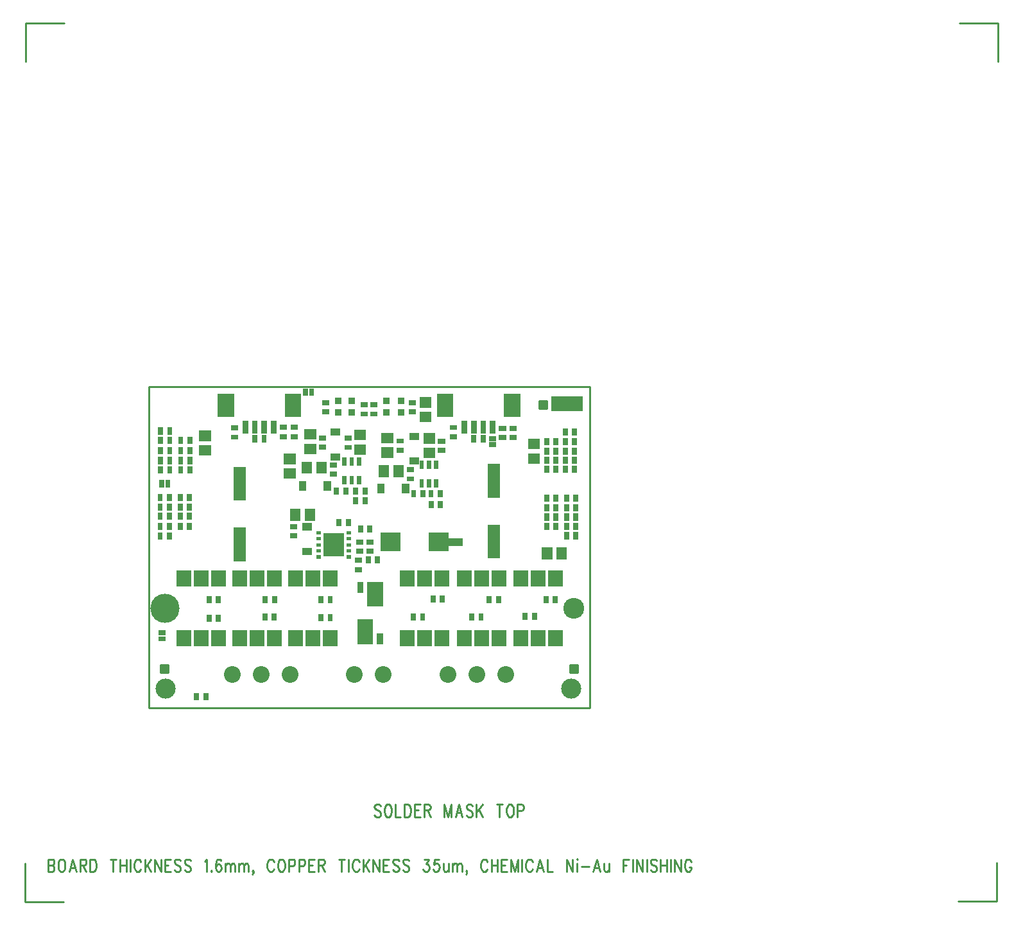
<source format=gbr>
*
*
G04 PADS Layout (Build Number 2007.21.1) generated Gerber (RS-274-X) file*
G04 PC Version=2.1*
*
%IN "2FOC-002.pcb"*%
*
%MOIN*%
*
%FSLAX35Y35*%
*
*
*
*
G04 PC Standard Apertures*
*
*
G04 Thermal Relief Aperture macro.*
%AMTER*
1,1,$1,0,0*
1,0,$1-$2,0,0*
21,0,$3,$4,0,0,45*
21,0,$3,$4,0,0,135*
%
*
*
G04 Annular Aperture macro.*
%AMANN*
1,1,$1,0,0*
1,0,$2,0,0*
%
*
*
G04 Odd Aperture macro.*
%AMODD*
1,1,$1,0,0*
1,0,$1-0.005,0,0*
%
*
*
G04 PC Custom Aperture Macros*
*
*
*
*
*
*
G04 PC Aperture Table*
*
%ADD010C,0.01*%
%ADD050R,0.026X0.026*%
%ADD054R,0.034X0.034*%
%ADD057R,0.062X0.062*%
%ADD060R,0.054X0.054*%
%ADD061R,0.077X0.077*%
%ADD062C,0.087*%
%ADD069R,0.078X0.078*%
%ADD070C,0.001*%
%ADD104R,0.02956X0.02956*%
%ADD105R,0.08468X0.08468*%
%ADD106R,0.03783X0.03783*%
%ADD107R,0.02287X0.02287*%
%ADD108R,0.01775X0.01775*%
%ADD109R,0.10436X0.10436*%
%ADD110R,0.09649X0.09649*%
%ADD111R,0.08192X0.08192*%
%ADD112R,0.03192X0.03192*%
%ADD113R,0.042X0.042*%
%ADD127C,0.10436*%
%ADD128C,0.15161*%
%ADD129C,0.1083*%
%ADD133C,0.042*%
*
*
*
*
G04 PC Circuitry*
G04 Layer Name 2FOC-002.pcb - circuitry*
%LPD*%
*
*
G04 PC Custom Flashes*
G04 Layer Name 2FOC-002.pcb - flashes*
%LPD*%
*
*
G04 PC Circuitry*
G04 Layer Name 2FOC-002.pcb - circuitry*
%LPD*%
*
G54D10*
G01X1931922Y1421727D02*
X1931467Y1422352D01*
X1930786Y1422665*
X1929877*
X1929195Y1422352*
X1928740Y1421727*
Y1421102*
X1928967Y1420477*
X1929195Y1420165*
X1929649Y1419852*
X1931013Y1419227*
X1931467Y1418915*
X1931695Y1418602*
X1931922Y1417977*
Y1417040*
X1931467Y1416415*
X1930786Y1416102*
X1929877*
X1929195Y1416415*
X1928740Y1417040*
X1935331Y1422665D02*
X1934877Y1422352D01*
X1934422Y1421727*
X1934195Y1421102*
X1933967Y1420165*
Y1418602*
X1934195Y1417665*
X1934422Y1417040*
X1934877Y1416415*
X1935331Y1416102*
X1936240*
X1936695Y1416415*
X1937149Y1417040*
X1937377Y1417665*
X1937604Y1418602*
Y1420165*
X1937377Y1421102*
X1937149Y1421727*
X1936695Y1422352*
X1936240Y1422665*
X1935331*
X1939649D02*
Y1416102D01*
X1942377*
X1944422Y1422665D02*
Y1416102D01*
Y1422665D02*
X1946013D01*
X1946695Y1422352*
X1947149Y1421727*
X1947377Y1421102*
X1947604Y1420165*
Y1418602*
X1947377Y1417665*
X1947149Y1417040*
X1946695Y1416415*
X1946013Y1416102*
X1944422*
X1949649Y1422665D02*
Y1416102D01*
Y1422665D02*
X1952604D01*
X1949649Y1419540D02*
X1951467D01*
X1949649Y1416102D02*
X1952604D01*
X1954649Y1422665D02*
Y1416102D01*
Y1422665D02*
X1956695D01*
X1957377Y1422352*
X1957604Y1422040*
X1957831Y1421415*
Y1420790*
X1957604Y1420165*
X1957377Y1419852*
X1956695Y1419540*
X1954649*
X1956240D02*
X1957831Y1416102D01*
X1965104Y1422665D02*
Y1416102D01*
Y1422665D02*
X1966922Y1416102D01*
X1968740Y1422665D02*
X1966922Y1416102D01*
X1968740Y1422665D02*
Y1416102D01*
X1972604Y1422665D02*
X1970786Y1416102D01*
X1972604Y1422665D02*
X1974422Y1416102D01*
X1971467Y1418290D02*
X1973740D01*
X1979649Y1421727D02*
X1979195Y1422352D01*
X1978513Y1422665*
X1977604*
X1976922Y1422352*
X1976467Y1421727*
Y1421102*
X1976695Y1420477*
X1976922Y1420165*
X1977377Y1419852*
X1978740Y1419227*
X1979195Y1418915*
X1979422Y1418602*
X1979649Y1417977*
Y1417040*
X1979195Y1416415*
X1978513Y1416102*
X1977604*
X1976922Y1416415*
X1976467Y1417040*
X1981695Y1422665D02*
Y1416102D01*
X1984877Y1422665D02*
X1981695Y1418290D01*
X1982831Y1419852D02*
X1984877Y1416102D01*
X1993740Y1422665D02*
Y1416102D01*
X1992149Y1422665D02*
X1995331D01*
X1998740D02*
X1998286Y1422352D01*
X1997831Y1421727*
X1997604Y1421102*
X1997377Y1420165*
Y1418602*
X1997604Y1417665*
X1997831Y1417040*
X1998286Y1416415*
X1998740Y1416102*
X1999649*
X2000104Y1416415*
X2000558Y1417040*
X2000786Y1417665*
X2001013Y1418602*
Y1420165*
X2000786Y1421102*
X2000558Y1421727*
X2000104Y1422352*
X1999649Y1422665*
X1998740*
X2003058D02*
Y1416102D01*
Y1422665D02*
X2005104D01*
X2005786Y1422352*
X2006013Y1422040*
X2006240Y1421415*
Y1420477*
X2006013Y1419852*
X2005786Y1419540*
X2005104Y1419227*
X2003058*
X1759252Y1394122D02*
Y1387559D01*
Y1394122D02*
X1761297D01*
X1761979Y1393809*
X1762207Y1393497*
X1762434Y1392872*
Y1392247*
X1762207Y1391622*
X1761979Y1391309*
X1761297Y1390997*
X1759252D02*
X1761297D01*
X1761979Y1390684*
X1762207Y1390372*
X1762434Y1389747*
Y1388809*
X1762207Y1388184*
X1761979Y1387872*
X1761297Y1387559*
X1759252*
X1765843Y1394122D02*
X1765388Y1393809D01*
X1764934Y1393184*
X1764707Y1392559*
X1764479Y1391622*
Y1390059*
X1764707Y1389122*
X1764934Y1388497*
X1765388Y1387872*
X1765843Y1387559*
X1766752*
X1767207Y1387872*
X1767661Y1388497*
X1767888Y1389122*
X1768116Y1390059*
Y1391622*
X1767888Y1392559*
X1767661Y1393184*
X1767207Y1393809*
X1766752Y1394122*
X1765843*
X1771979D02*
X1770161Y1387559D01*
X1771979Y1394122D02*
X1773797Y1387559D01*
X1770843Y1389747D02*
X1773116D01*
X1775843Y1394122D02*
Y1387559D01*
Y1394122D02*
X1777888D01*
X1778570Y1393809*
X1778797Y1393497*
X1779025Y1392872*
Y1392247*
X1778797Y1391622*
X1778570Y1391309*
X1777888Y1390997*
X1775843*
X1777434D02*
X1779025Y1387559D01*
X1781070Y1394122D02*
Y1387559D01*
Y1394122D02*
X1782661D01*
X1783343Y1393809*
X1783797Y1393184*
X1784025Y1392559*
X1784252Y1391622*
Y1390059*
X1784025Y1389122*
X1783797Y1388497*
X1783343Y1387872*
X1782661Y1387559*
X1781070*
X1793116Y1394122D02*
Y1387559D01*
X1791525Y1394122D02*
X1794707D01*
X1796752D02*
Y1387559D01*
X1799934Y1394122D02*
Y1387559D01*
X1796752Y1390997D02*
X1799934D01*
X1801979Y1394122D02*
Y1387559D01*
X1807434Y1392559D02*
X1807207Y1393184D01*
X1806752Y1393809*
X1806297Y1394122*
X1805388*
X1804934Y1393809*
X1804479Y1393184*
X1804252Y1392559*
X1804025Y1391622*
Y1390059*
X1804252Y1389122*
X1804479Y1388497*
X1804934Y1387872*
X1805388Y1387559*
X1806297*
X1806752Y1387872*
X1807207Y1388497*
X1807434Y1389122*
X1809479Y1394122D02*
Y1387559D01*
X1812661Y1394122D02*
X1809479Y1389747D01*
X1810616Y1391309D02*
X1812661Y1387559D01*
X1814707Y1394122D02*
Y1387559D01*
Y1394122D02*
X1817888Y1387559D01*
Y1394122D02*
Y1387559D01*
X1819934Y1394122D02*
Y1387559D01*
Y1394122D02*
X1822888D01*
X1819934Y1390997D02*
X1821752D01*
X1819934Y1387559D02*
X1822888D01*
X1828116Y1393184D02*
X1827661Y1393809D01*
X1826979Y1394122*
X1826070*
X1825388Y1393809*
X1824934Y1393184*
Y1392559*
X1825161Y1391934*
X1825388Y1391622*
X1825843Y1391309*
X1827207Y1390684*
X1827661Y1390372*
X1827888Y1390059*
X1828116Y1389434*
Y1388497*
X1827661Y1387872*
X1826979Y1387559*
X1826070*
X1825388Y1387872*
X1824934Y1388497*
X1833343Y1393184D02*
X1832888Y1393809D01*
X1832207Y1394122*
X1831297*
X1830616Y1393809*
X1830161Y1393184*
Y1392559*
X1830388Y1391934*
X1830616Y1391622*
X1831070Y1391309*
X1832434Y1390684*
X1832888Y1390372*
X1833116Y1390059*
X1833343Y1389434*
Y1388497*
X1832888Y1387872*
X1832207Y1387559*
X1831297*
X1830616Y1387872*
X1830161Y1388497*
X1840616Y1392872D02*
X1841070Y1393184D01*
X1841752Y1394122*
Y1387559*
X1844025Y1388184D02*
X1843797Y1387872D01*
X1844025Y1387559*
X1844252Y1387872*
X1844025Y1388184*
X1849025Y1393184D02*
X1848797Y1393809D01*
X1848116Y1394122*
X1847661*
X1846979Y1393809*
X1846525Y1392872*
X1846297Y1391309*
Y1389747*
X1846525Y1388497*
X1846979Y1387872*
X1847661Y1387559*
X1847888*
X1848570Y1387872*
X1849025Y1388497*
X1849252Y1389434*
Y1389747*
X1849025Y1390684*
X1848570Y1391309*
X1847888Y1391622*
X1847661*
X1846979Y1391309*
X1846525Y1390684*
X1846297Y1389747*
X1851297Y1391934D02*
Y1387559D01*
Y1390684D02*
X1851979Y1391622D01*
X1852434Y1391934*
X1853116*
X1853570Y1391622*
X1853797Y1390684*
Y1387559*
Y1390684D02*
X1854479Y1391622D01*
X1854934Y1391934*
X1855616*
X1856070Y1391622*
X1856297Y1390684*
Y1387559*
X1858343Y1391934D02*
Y1387559D01*
Y1390684D02*
X1859025Y1391622D01*
X1859479Y1391934*
X1860161*
X1860616Y1391622*
X1860843Y1390684*
Y1387559*
Y1390684D02*
X1861525Y1391622D01*
X1861979Y1391934*
X1862661*
X1863116Y1391622*
X1863343Y1390684*
Y1387559*
X1865843Y1387872D02*
X1865616Y1387559D01*
X1865388Y1387872*
X1865616Y1388184*
X1865843Y1387872*
Y1387247*
X1865616Y1386622*
X1865388Y1386309*
X1876525Y1392559D02*
X1876297Y1393184D01*
X1875843Y1393809*
X1875388Y1394122*
X1874479*
X1874025Y1393809*
X1873570Y1393184*
X1873343Y1392559*
X1873116Y1391622*
Y1390059*
X1873343Y1389122*
X1873570Y1388497*
X1874025Y1387872*
X1874479Y1387559*
X1875388*
X1875843Y1387872*
X1876297Y1388497*
X1876525Y1389122*
X1879934Y1394122D02*
X1879479Y1393809D01*
X1879025Y1393184*
X1878797Y1392559*
X1878570Y1391622*
Y1390059*
X1878797Y1389122*
X1879025Y1388497*
X1879479Y1387872*
X1879934Y1387559*
X1880843*
X1881297Y1387872*
X1881752Y1388497*
X1881979Y1389122*
X1882207Y1390059*
Y1391622*
X1881979Y1392559*
X1881752Y1393184*
X1881297Y1393809*
X1880843Y1394122*
X1879934*
X1884252D02*
Y1387559D01*
Y1394122D02*
X1886297D01*
X1886979Y1393809*
X1887207Y1393497*
X1887434Y1392872*
Y1391934*
X1887207Y1391309*
X1886979Y1390997*
X1886297Y1390684*
X1884252*
X1889479Y1394122D02*
Y1387559D01*
Y1394122D02*
X1891525D01*
X1892207Y1393809*
X1892434Y1393497*
X1892661Y1392872*
Y1391934*
X1892434Y1391309*
X1892207Y1390997*
X1891525Y1390684*
X1889479*
X1894707Y1394122D02*
Y1387559D01*
Y1394122D02*
X1897661D01*
X1894707Y1390997D02*
X1896525D01*
X1894707Y1387559D02*
X1897661D01*
X1899707Y1394122D02*
Y1387559D01*
Y1394122D02*
X1901752D01*
X1902434Y1393809*
X1902661Y1393497*
X1902888Y1392872*
Y1392247*
X1902661Y1391622*
X1902434Y1391309*
X1901752Y1390997*
X1899707*
X1901297D02*
X1902888Y1387559D01*
X1911752Y1394122D02*
Y1387559D01*
X1910161Y1394122D02*
X1913343D01*
X1915388D02*
Y1387559D01*
X1920843Y1392559D02*
X1920616Y1393184D01*
X1920161Y1393809*
X1919707Y1394122*
X1918797*
X1918343Y1393809*
X1917888Y1393184*
X1917661Y1392559*
X1917434Y1391622*
Y1390059*
X1917661Y1389122*
X1917888Y1388497*
X1918343Y1387872*
X1918797Y1387559*
X1919707*
X1920161Y1387872*
X1920616Y1388497*
X1920843Y1389122*
X1922888Y1394122D02*
Y1387559D01*
X1926070Y1394122D02*
X1922888Y1389747D01*
X1924025Y1391309D02*
X1926070Y1387559D01*
X1928116Y1394122D02*
Y1387559D01*
Y1394122D02*
X1931297Y1387559D01*
Y1394122D02*
Y1387559D01*
X1933343Y1394122D02*
Y1387559D01*
Y1394122D02*
X1936297D01*
X1933343Y1390997D02*
X1935161D01*
X1933343Y1387559D02*
X1936297D01*
X1941525Y1393184D02*
X1941070Y1393809D01*
X1940388Y1394122*
X1939479*
X1938797Y1393809*
X1938343Y1393184*
Y1392559*
X1938570Y1391934*
X1938797Y1391622*
X1939252Y1391309*
X1940616Y1390684*
X1941070Y1390372*
X1941297Y1390059*
X1941525Y1389434*
Y1388497*
X1941070Y1387872*
X1940388Y1387559*
X1939479*
X1938797Y1387872*
X1938343Y1388497*
X1946752Y1393184D02*
X1946297Y1393809D01*
X1945616Y1394122*
X1944707*
X1944025Y1393809*
X1943570Y1393184*
Y1392559*
X1943797Y1391934*
X1944025Y1391622*
X1944479Y1391309*
X1945843Y1390684*
X1946297Y1390372*
X1946525Y1390059*
X1946752Y1389434*
Y1388497*
X1946297Y1387872*
X1945616Y1387559*
X1944707*
X1944025Y1387872*
X1943570Y1388497*
X1954479Y1394122D02*
X1956979D01*
X1955616Y1391622*
X1956297*
X1956752Y1391309*
X1956979Y1390997*
X1957207Y1390059*
Y1389434*
X1956979Y1388497*
X1956525Y1387872*
X1955843Y1387559*
X1955161*
X1954479Y1387872*
X1954252Y1388184*
X1954025Y1388809*
X1962207Y1394122D02*
X1959934D01*
X1959707Y1391309*
X1959934Y1391622*
X1960616Y1391934*
X1961297*
X1961979Y1391622*
X1962434Y1390997*
X1962661Y1390059*
X1962434Y1389434*
X1962207Y1388497*
X1961752Y1387872*
X1961070Y1387559*
X1960388*
X1959707Y1387872*
X1959479Y1388184*
X1959252Y1388809*
X1964707Y1391934D02*
Y1388809D01*
X1964934Y1387872*
X1965388Y1387559*
X1966070*
X1966525Y1387872*
X1967207Y1388809*
Y1391934D02*
Y1387559D01*
X1969252Y1391934D02*
Y1387559D01*
Y1390684D02*
X1969934Y1391622D01*
X1970388Y1391934*
X1971070*
X1971525Y1391622*
X1971752Y1390684*
Y1387559*
Y1390684D02*
X1972434Y1391622D01*
X1972888Y1391934*
X1973570*
X1974025Y1391622*
X1974252Y1390684*
Y1387559*
X1976752Y1387872D02*
X1976525Y1387559D01*
X1976297Y1387872*
X1976525Y1388184*
X1976752Y1387872*
Y1387247*
X1976525Y1386622*
X1976297Y1386309*
X1987434Y1392559D02*
X1987207Y1393184D01*
X1986752Y1393809*
X1986297Y1394122*
X1985388*
X1984934Y1393809*
X1984479Y1393184*
X1984252Y1392559*
X1984025Y1391622*
Y1390059*
X1984252Y1389122*
X1984479Y1388497*
X1984934Y1387872*
X1985388Y1387559*
X1986297*
X1986752Y1387872*
X1987207Y1388497*
X1987434Y1389122*
X1989479Y1394122D02*
Y1387559D01*
X1992661Y1394122D02*
Y1387559D01*
X1989479Y1390997D02*
X1992661D01*
X1994707Y1394122D02*
Y1387559D01*
Y1394122D02*
X1997661D01*
X1994707Y1390997D02*
X1996525D01*
X1994707Y1387559D02*
X1997661D01*
X1999707Y1394122D02*
Y1387559D01*
Y1394122D02*
X2001525Y1387559D01*
X2003343Y1394122D02*
X2001525Y1387559D01*
X2003343Y1394122D02*
Y1387559D01*
X2005388Y1394122D02*
Y1387559D01*
X2010843Y1392559D02*
X2010616Y1393184D01*
X2010161Y1393809*
X2009707Y1394122*
X2008797*
X2008343Y1393809*
X2007888Y1393184*
X2007661Y1392559*
X2007434Y1391622*
Y1390059*
X2007661Y1389122*
X2007888Y1388497*
X2008343Y1387872*
X2008797Y1387559*
X2009707*
X2010161Y1387872*
X2010616Y1388497*
X2010843Y1389122*
X2014707Y1394122D02*
X2012888Y1387559D01*
X2014707Y1394122D02*
X2016525Y1387559D01*
X2013570Y1389747D02*
X2015843D01*
X2018570Y1394122D02*
Y1387559D01*
X2021297*
X2028570Y1394122D02*
Y1387559D01*
Y1394122D02*
X2031752Y1387559D01*
Y1394122D02*
Y1387559D01*
X2033797Y1394122D02*
X2034025Y1393809D01*
X2034252Y1394122*
X2034025Y1394434*
X2033797Y1394122*
X2034025Y1391934D02*
Y1387559D01*
X2036297Y1390372D02*
X2040388D01*
X2044252Y1394122D02*
X2042434Y1387559D01*
X2044252Y1394122D02*
X2046070Y1387559D01*
X2043116Y1389747D02*
X2045388D01*
X2048116Y1391934D02*
Y1388809D01*
X2048343Y1387872*
X2048797Y1387559*
X2049479*
X2049934Y1387872*
X2050616Y1388809*
Y1391934D02*
Y1387559D01*
X2057888Y1394122D02*
Y1387559D01*
Y1394122D02*
X2060843D01*
X2057888Y1390997D02*
X2059707D01*
X2062888Y1394122D02*
Y1387559D01*
X2064934Y1394122D02*
Y1387559D01*
Y1394122D02*
X2068116Y1387559D01*
Y1394122D02*
Y1387559D01*
X2070161Y1394122D02*
Y1387559D01*
X2075388Y1393184D02*
X2074934Y1393809D01*
X2074252Y1394122*
X2073343*
X2072661Y1393809*
X2072207Y1393184*
Y1392559*
X2072434Y1391934*
X2072661Y1391622*
X2073116Y1391309*
X2074479Y1390684*
X2074934Y1390372*
X2075161Y1390059*
X2075388Y1389434*
Y1388497*
X2074934Y1387872*
X2074252Y1387559*
X2073343*
X2072661Y1387872*
X2072207Y1388497*
X2077434Y1394122D02*
Y1387559D01*
X2080616Y1394122D02*
Y1387559D01*
X2077434Y1390997D02*
X2080616D01*
X2082661Y1394122D02*
Y1387559D01*
X2084707Y1394122D02*
Y1387559D01*
Y1394122D02*
X2087888Y1387559D01*
Y1394122D02*
Y1387559D01*
X2093343Y1392559D02*
X2093116Y1393184D01*
X2092661Y1393809*
X2092207Y1394122*
X2091297*
X2090843Y1393809*
X2090388Y1393184*
X2090161Y1392559*
X2089934Y1391622*
Y1390059*
X2090161Y1389122*
X2090388Y1388497*
X2090843Y1387872*
X2091297Y1387559*
X2092207*
X2092661Y1387872*
X2093116Y1388497*
X2093343Y1389122*
Y1390059*
X2092207D02*
X2093343D01*
X2014362Y1632095D02*
X2018362Y1632071D01*
Y1628098*
X2014362*
Y1632095*
X2030145Y1495039D02*
X2034145Y1495015D01*
Y1491042*
X2030145*
Y1495039*
X1817547Y1494842D02*
X1821547Y1494818D01*
Y1490845*
X1817547*
Y1494842*
X2014546Y1628098D02*
X2018362Y1631914D01*
X2015819Y1628098D02*
X2018362Y1630641D01*
X2017092Y1628098D02*
X2018362Y1629369D01*
X2014362Y1629187D02*
X2017253Y1632078D01*
X2014362Y1630460D02*
X2015988Y1632086D01*
X2014362Y1631733D02*
X2014723Y1632093D01*
X2030329Y1491042D02*
X2034145Y1494858D01*
X2031602Y1491042D02*
X2034145Y1493585D01*
X2032875Y1491042D02*
X2034145Y1492312D01*
X2030145Y1492130D02*
X2033036Y1495021D01*
X2030145Y1493403D02*
X2031771Y1495029D01*
X2030145Y1494676D02*
X2030506Y1495037D01*
X1817731Y1490845D02*
X1821547Y1494661D01*
X1819004Y1490845D02*
X1821547Y1493388D01*
X1820276Y1490845D02*
X1821547Y1492115D01*
X1817547Y1491934D02*
X1820438Y1494825D01*
X1817547Y1493206D02*
X1819172Y1494832D01*
X1817547Y1494479D02*
X1817907Y1494840D01*
X1811638Y1472618D02*
X2040748D01*
Y1639331*
X1811638*
Y1472618*
X1767520Y1828110D02*
X1747520D01*
Y1808110*
X1747441Y1391890D02*
Y1371890D01*
X1767441*
X2232087Y1372205D02*
X2252087D01*
Y1392205*
X2252559Y1808031D02*
Y1828031D01*
X2232559*
G54D50*
X1847699Y1518722D02*
Y1519822D01*
X1842899Y1518722D02*
Y1519822D01*
X2033306Y1561419D02*
Y1562519D01*
X2028506Y1561419D02*
Y1562519D01*
X1817482Y1562322D02*
Y1561222D01*
X1822282Y1562322D02*
Y1561222D01*
X2032715Y1615356D02*
Y1616456D01*
X2027915Y1615356D02*
Y1616456D01*
X1817482Y1582204D02*
Y1581104D01*
X1822282Y1582204D02*
Y1581104D01*
X1817482Y1577282D02*
Y1576182D01*
X1822282Y1577282D02*
Y1576182D01*
X1876636Y1519115D02*
Y1520215D01*
X1871836Y1519115D02*
Y1520215D01*
X1953802Y1519115D02*
Y1520215D01*
X1949002Y1519115D02*
Y1520215D01*
X1984117Y1519115D02*
Y1520215D01*
X1979317Y1519115D02*
Y1520215D01*
X2011872Y1519509D02*
Y1520609D01*
X2007072Y1519509D02*
Y1520609D01*
X1959238Y1529664D02*
Y1528564D01*
X1964038Y1529664D02*
Y1528564D01*
X1988372Y1529467D02*
Y1528367D01*
X1993172Y1529467D02*
Y1528367D01*
X2017899Y1529467D02*
Y1528367D01*
X2022699Y1529467D02*
Y1528367D01*
X1905770Y1518919D02*
Y1520019D01*
X1900970Y1518919D02*
Y1520019D01*
X1842899Y1529270D02*
Y1528170D01*
X1847699Y1529270D02*
Y1528170D01*
X1927125Y1558660D02*
X1926025D01*
X1927125Y1553860D02*
X1926025D01*
X1925553Y1549920D02*
Y1548820D01*
X1930353Y1549920D02*
Y1548820D01*
X1921022Y1549211D02*
X1919922D01*
X1921022Y1544411D02*
X1919922D01*
X1872033Y1529467D02*
Y1528367D01*
X1876833Y1529467D02*
Y1528367D01*
X1817482Y1572558D02*
Y1571458D01*
X1822282Y1572558D02*
Y1571458D01*
X1958131Y1584420D02*
Y1583320D01*
X1962931Y1584420D02*
Y1583320D01*
X1886525Y1613395D02*
X1887625D01*
X1886525Y1618195D02*
X1887625D01*
X1881025Y1613395D02*
X1882125D01*
X1881025Y1618195D02*
X1882125D01*
X1994726Y1612915D02*
X1995826D01*
X1994726Y1617715D02*
X1995826D01*
X1900970Y1529270D02*
Y1528170D01*
X1905770Y1529270D02*
Y1528170D01*
X2000237Y1612915D02*
X2001337D01*
X2000237Y1617715D02*
X2001337D01*
X1856676Y1617931D02*
X1855576D01*
X1856676Y1613131D02*
X1855576D01*
X1970235Y1618109D02*
X1969135D01*
X1970235Y1613309D02*
X1969135D01*
X1871475Y1611745D02*
Y1612845D01*
X1866675Y1611745D02*
Y1612845D01*
X1985211Y1611745D02*
Y1612845D01*
X1980411Y1611745D02*
Y1612845D01*
X1953931Y1583320D02*
Y1584420D01*
X1949131Y1583320D02*
Y1584420D01*
X1919033Y1585814D02*
Y1584714D01*
X1923833Y1585814D02*
Y1584714D01*
X1913833D02*
Y1585814D01*
X1909033Y1584714D02*
Y1585814D01*
X1817482Y1567440D02*
Y1566340D01*
X1822282Y1567440D02*
Y1566340D01*
X1919033Y1580814D02*
Y1579714D01*
X1923833Y1580814D02*
Y1579714D01*
X1927993Y1625120D02*
X1929093D01*
X1927993Y1629920D02*
X1929093D01*
X1949070Y1630994D02*
X1947970D01*
X1949070Y1626194D02*
X1947970D01*
X1902970D02*
X1904070D01*
X1902970Y1630994D02*
X1904070D01*
X1923975Y1629920D02*
X1922875D01*
X1923975Y1625120D02*
X1922875D01*
X1822479Y1610828D02*
Y1611928D01*
X1817679Y1610828D02*
Y1611928D01*
X1822479Y1605710D02*
Y1606810D01*
X1817679Y1605710D02*
Y1606810D01*
X1822479Y1600395D02*
Y1601495D01*
X1817679Y1600395D02*
Y1601495D01*
X1958254Y1578680D02*
Y1577580D01*
X1963054Y1578680D02*
Y1577580D01*
X1822479Y1595474D02*
Y1596574D01*
X1817679Y1595474D02*
Y1596574D01*
Y1616849D02*
Y1615749D01*
X1822479Y1616849D02*
Y1615749D01*
X2028506Y1567440D02*
Y1566340D01*
X2033306Y1567440D02*
Y1566340D01*
X2028506Y1572164D02*
Y1571064D01*
X2033306Y1572164D02*
Y1571064D01*
X2028506Y1576889D02*
Y1575789D01*
X2033306Y1576889D02*
Y1575789D01*
X2027915Y1596967D02*
Y1595867D01*
X2032715Y1596967D02*
Y1595867D01*
X2028506Y1582007D02*
Y1580907D01*
X2033306Y1582007D02*
Y1580907D01*
X2027915Y1601692D02*
Y1600592D01*
X2032715Y1601692D02*
Y1600592D01*
X2027915Y1606416D02*
Y1605316D01*
X2032715Y1606416D02*
Y1605316D01*
X2027915Y1611337D02*
Y1610237D01*
X2032715Y1611337D02*
Y1610237D01*
X1841180Y1477954D02*
Y1479054D01*
X1836380Y1477954D02*
Y1479054D01*
X1948081Y1596270D02*
X1946981D01*
X1948081Y1591470D02*
X1946981D01*
X1964156Y1611042D02*
X1963056D01*
X1964156Y1606242D02*
X1963056D01*
X1942637Y1611144D02*
X1941537D01*
X1942637Y1606344D02*
X1941537D01*
X1915534Y1612617D02*
X1914434D01*
X1915534Y1607817D02*
X1914434D01*
X1907983Y1598664D02*
X1906883D01*
X1907983Y1593864D02*
X1906883D01*
X1902483Y1612664D02*
X1901383D01*
X1902483Y1607864D02*
X1901383D01*
X1910391Y1569353D02*
Y1568253D01*
X1915191Y1569353D02*
Y1568253D01*
X1921810Y1558660D02*
X1920710D01*
X1921810Y1553860D02*
X1920710D01*
X1887341Y1566703D02*
X1886241D01*
X1887341Y1561903D02*
X1886241D01*
X1832715Y1571458D02*
Y1572558D01*
X1827915Y1571458D02*
Y1572558D01*
X1832715Y1576182D02*
Y1577282D01*
X1827915Y1576182D02*
Y1577282D01*
X1832715Y1581104D02*
Y1582204D01*
X1827915Y1581104D02*
Y1582204D01*
X1832715Y1566340D02*
Y1567440D01*
X1827915Y1566340D02*
Y1567440D01*
X1832912Y1610828D02*
Y1611928D01*
X1828112Y1610828D02*
Y1611928D01*
X1832912Y1605710D02*
Y1606810D01*
X1828112Y1605710D02*
Y1606810D01*
X1832912Y1600395D02*
Y1601495D01*
X1828112Y1600395D02*
Y1601495D01*
X1832912Y1595474D02*
Y1596574D01*
X1828112Y1595474D02*
Y1596574D01*
X1921616Y1566062D02*
Y1564962D01*
X1926416Y1566062D02*
Y1564962D01*
X2018269Y1567440D02*
Y1566340D01*
X2023069Y1567440D02*
Y1566340D01*
X2018269Y1572164D02*
Y1571064D01*
X2023069Y1572164D02*
Y1571064D01*
X2018269Y1576889D02*
Y1575789D01*
X2023069Y1576889D02*
Y1575789D01*
X2018269Y1582007D02*
Y1580907D01*
X2023069Y1582007D02*
Y1580907D01*
X2018269Y1606416D02*
Y1605316D01*
X2023069Y1606416D02*
Y1605316D01*
X2018269Y1601692D02*
Y1600592D01*
X2023069Y1601692D02*
Y1600592D01*
X2018269Y1596967D02*
Y1595867D01*
X2023069Y1596967D02*
Y1595867D01*
X2018269Y1611337D02*
Y1610237D01*
X2023069Y1611337D02*
Y1610237D01*
X1892937Y1636948D02*
Y1635848D01*
X1896087Y1636948D02*
Y1635848D01*
X1990731Y1612382D02*
X1989631D01*
X1990731Y1609232D02*
X1989631D01*
X1818331Y1589507D02*
Y1588407D01*
X1821480Y1589507D02*
Y1588407D01*
X1819054Y1511575D02*
X1817954D01*
X1819054Y1508425D02*
X1817954D01*
G54D54*
X1942520Y1632094D03*
Y1626094D03*
X1917020Y1632094D03*
Y1626094D03*
X1935063Y1626114D03*
Y1632114D03*
X1909866Y1626114D03*
Y1632114D03*
G54D57*
X1858858Y1594598D02*
Y1583276D01*
Y1563102D02*
Y1551780D01*
X1990748Y1596173D02*
Y1584850D01*
Y1564677D02*
Y1553354D01*
G54D60*
X1887735Y1573195D02*
Y1572395D01*
X1895335Y1573195D02*
Y1572395D01*
X1941331Y1594970D02*
Y1595770D01*
X1933731Y1594970D02*
Y1595770D01*
X1901233Y1596864D02*
Y1597664D01*
X1893633Y1596864D02*
Y1597664D01*
X1935794Y1612741D02*
X1934994D01*
X1935794Y1605141D02*
X1934994D01*
X1895833Y1614564D02*
X1895033D01*
X1895833Y1606964D02*
X1895033D01*
X1955739Y1631143D02*
X1954939D01*
X1955739Y1623543D02*
X1954939D01*
X1957707Y1612442D02*
X1956907D01*
X1957707Y1604842D02*
X1956907D01*
X1921683Y1614213D02*
X1920883D01*
X1921683Y1606613D02*
X1920883D01*
X1840372Y1606220D02*
X1841172D01*
X1840372Y1613820D02*
X1841172D01*
X2011238Y1602086D02*
X2012038D01*
X2011238Y1609686D02*
X2012038D01*
X2018468Y1553136D02*
Y1552336D01*
X2026068Y1553136D02*
Y1552336D01*
X1884466Y1594212D02*
X1885266D01*
X1884466Y1601812D02*
X1885266D01*
G54D61*
X1829811Y1508345D02*
Y1509245D01*
X1838811Y1508345D02*
Y1509245D01*
X1847811Y1508345D02*
Y1509245D01*
X1858811Y1508345D02*
Y1509245D01*
X1867811Y1508345D02*
Y1509245D01*
X1876811Y1508345D02*
Y1509245D01*
X1887811Y1508345D02*
Y1509245D01*
X1896811Y1508345D02*
Y1509245D01*
X1905811Y1508345D02*
Y1509245D01*
X1847811Y1540245D02*
Y1539345D01*
X1838811Y1540245D02*
Y1539345D01*
X1829811Y1540245D02*
Y1539345D01*
X1876811Y1540245D02*
Y1539345D01*
X1867811Y1540245D02*
Y1539345D01*
X1858811Y1540245D02*
Y1539345D01*
X1905811Y1540245D02*
Y1539345D01*
X1896811Y1540245D02*
Y1539345D01*
X1887811Y1540245D02*
Y1539345D01*
X1945811Y1508345D02*
Y1509245D01*
X1954811Y1508345D02*
Y1509245D01*
X1963811Y1508345D02*
Y1509245D01*
X1975311Y1508345D02*
Y1509245D01*
X1984311Y1508345D02*
Y1509245D01*
X1993311Y1508345D02*
Y1509245D01*
X2004811Y1508345D02*
Y1509245D01*
X2013811Y1508345D02*
Y1509245D01*
X2022811Y1508345D02*
Y1509245D01*
X1963811Y1540245D02*
Y1539345D01*
X1954811Y1540245D02*
Y1539345D01*
X1945811Y1540245D02*
Y1539345D01*
X1993311Y1540245D02*
Y1539345D01*
X1984311Y1540245D02*
Y1539345D01*
X1975311Y1540245D02*
Y1539345D01*
X2022811Y1540245D02*
Y1539345D01*
X2013811Y1540245D02*
Y1539345D01*
X2004811Y1540245D02*
Y1539345D01*
G54D62*
X1918311Y1489795D03*
X1933311D03*
X1854811D03*
X1869811D03*
X1884811D03*
X1966811D03*
X1981811D03*
X1996811D03*
G54D69*
X2024540Y1630472D02*
X2032940D01*
G54D70*
G54D104*
X1876457Y1620067D02*
Y1616524D01*
X1871535Y1620067D02*
Y1616524D01*
X1866614Y1620067D02*
Y1616524D01*
X1861693Y1620067D02*
Y1616524D01*
X1990193Y1620067D02*
Y1616524D01*
X1985272Y1620067D02*
Y1616524D01*
X1980350Y1620067D02*
Y1616524D01*
X1975429Y1620067D02*
Y1616524D01*
G54D105*
X1886496Y1631484D02*
Y1627941D01*
X1851654Y1631484D02*
Y1627941D01*
X2000232Y1631484D02*
Y1627941D01*
X1965390Y1631484D02*
Y1627941D01*
G54D106*
X1932031Y1585760D02*
Y1586980D01*
X1944906Y1585760D02*
Y1586980D01*
X1948823Y1613563D02*
X1950043D01*
X1948823Y1600689D02*
X1950043D01*
X1907681Y1615728D02*
X1908902D01*
X1907681Y1602854D02*
X1908902D01*
X1891433Y1587154D02*
Y1588374D01*
X1904307Y1587154D02*
Y1588374D01*
X1894402Y1553803D02*
X1893181D01*
X1894402Y1566677D02*
X1893181D01*
G54D107*
X1953291Y1588024D02*
Y1590071D01*
X1957031Y1588024D02*
Y1590071D01*
X1960772Y1588024D02*
Y1590071D01*
Y1597669D02*
Y1599717D01*
X1957031Y1597669D02*
Y1599717D01*
X1953291Y1597669D02*
Y1599717D01*
X1913193Y1589917D02*
Y1591965D01*
X1916933Y1589917D02*
Y1591965D01*
X1920673Y1589917D02*
Y1591965D01*
Y1599563D02*
Y1601610D01*
X1916933Y1599563D02*
Y1601610D01*
X1913193Y1599563D02*
Y1601610D01*
G54D108*
X1899352Y1563506D02*
X1900140D01*
X1899352Y1560356D02*
X1900140D01*
X1899352Y1557206D02*
X1900140D01*
X1899352Y1554057D02*
X1900140D01*
X1899352Y1550907D02*
X1900140D01*
X1915100D02*
X1915888D01*
X1915100Y1554057D02*
X1915888D01*
X1915100Y1557206D02*
X1915888D01*
X1915100Y1560356D02*
X1915888D01*
X1915100Y1563506D02*
X1915888D01*
G54D109*
X1907620Y1557994D02*
Y1556419D01*
G54D110*
X1936614Y1558819D02*
X1937402D01*
X1961811D02*
X1962598D01*
G54D111*
X1923906Y1509846D02*
Y1514374D01*
X1929110Y1529244D02*
Y1533772D01*
G54D112*
X1931602Y1507327D02*
Y1509846D01*
X1921409Y1533768D02*
Y1536287D01*
G54D113*
X1968744Y1558622D03*
X1972595D03*
G54D127*
X1820299Y1482461D03*
X2030929D03*
G54D128*
X1819843Y1524295D03*
G54D129*
X2032441D03*
G54D133*
X2016362Y1630098D03*
X2032145Y1493042D03*
X1819547Y1492845D03*
X0Y0D02*
M02*

</source>
